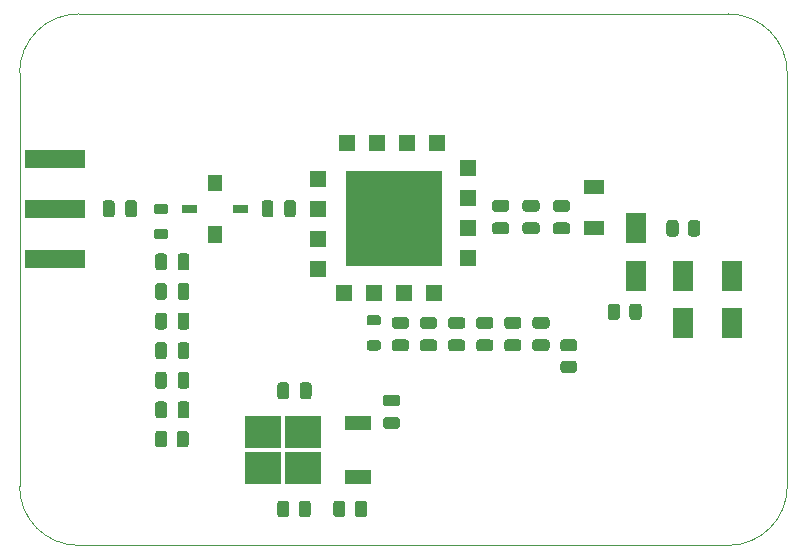
<source format=gbr>
%TF.GenerationSoftware,KiCad,Pcbnew,(5.1.8)-1*%
%TF.CreationDate,2021-02-23T22:19:54+01:00*%
%TF.ProjectId,cvco-general,6376636f-2d67-4656-9e65-72616c2e6b69,rev?*%
%TF.SameCoordinates,Original*%
%TF.FileFunction,Paste,Top*%
%TF.FilePolarity,Positive*%
%FSLAX46Y46*%
G04 Gerber Fmt 4.6, Leading zero omitted, Abs format (unit mm)*
G04 Created by KiCad (PCBNEW (5.1.8)-1) date 2021-02-23 22:19:54*
%MOMM*%
%LPD*%
G01*
G04 APERTURE LIST*
%ADD10C,0.100000*%
%TA.AperFunction,Profile*%
%ADD11C,0.050000*%
%TD*%
%ADD12R,2.200000X1.200000*%
%ADD13R,3.050000X2.750000*%
%ADD14R,5.080000X1.500000*%
%ADD15R,1.800000X2.500000*%
%ADD16R,1.320000X1.320000*%
%ADD17R,1.700000X1.300000*%
G04 APERTURE END LIST*
D10*
G36*
X135650000Y-71262000D02*
G01*
X127650000Y-71262000D01*
X127650000Y-63262000D01*
X135650000Y-63262000D01*
X135650000Y-71262000D01*
G37*
X135650000Y-71262000D02*
X127650000Y-71262000D01*
X127650000Y-63262000D01*
X135650000Y-63262000D01*
X135650000Y-71262000D01*
D11*
X105000000Y-95000000D02*
G75*
G02*
X100000000Y-90000000I0J5000000D01*
G01*
X165000000Y-90000000D02*
G75*
G02*
X160000000Y-95000000I-5000000J0D01*
G01*
X160000000Y-50000000D02*
G75*
G02*
X165000000Y-55000000I0J-5000000D01*
G01*
X100000000Y-55000000D02*
G75*
G02*
X105000000Y-50000000I5000000J0D01*
G01*
X100000000Y-90000000D02*
X100000000Y-55000000D01*
X160000000Y-95000000D02*
X105000000Y-95000000D01*
X165000000Y-55000000D02*
X165000000Y-90000000D01*
X105000000Y-50000000D02*
X160000000Y-50000000D01*
%TO.C,R2*%
G36*
G01*
X126575000Y-92366762D02*
X126575000Y-91466760D01*
G75*
G02*
X126824999Y-91216761I249999J0D01*
G01*
X127350001Y-91216761D01*
G75*
G02*
X127600000Y-91466760I0J-249999D01*
G01*
X127600000Y-92366762D01*
G75*
G02*
X127350001Y-92616761I-249999J0D01*
G01*
X126824999Y-92616761D01*
G75*
G02*
X126575000Y-92366762I0J249999D01*
G01*
G37*
G36*
G01*
X128400000Y-92366762D02*
X128400000Y-91466760D01*
G75*
G02*
X128649999Y-91216761I249999J0D01*
G01*
X129175001Y-91216761D01*
G75*
G02*
X129425000Y-91466760I0J-249999D01*
G01*
X129425000Y-92366762D01*
G75*
G02*
X129175001Y-92616761I-249999J0D01*
G01*
X128649999Y-92616761D01*
G75*
G02*
X128400000Y-92366762I0J249999D01*
G01*
G37*
%TD*%
D12*
%TO.C,U1*%
X128622318Y-89196761D03*
X128622318Y-84636761D03*
D13*
X120647318Y-85391761D03*
X123997318Y-88441761D03*
X120647318Y-88441761D03*
X123997318Y-85391761D03*
%TD*%
%TO.C,R6*%
G36*
G01*
X154778011Y-68601001D02*
X154778011Y-67700999D01*
G75*
G02*
X155028010Y-67451000I249999J0D01*
G01*
X155553012Y-67451000D01*
G75*
G02*
X155803011Y-67700999I0J-249999D01*
G01*
X155803011Y-68601001D01*
G75*
G02*
X155553012Y-68851000I-249999J0D01*
G01*
X155028010Y-68851000D01*
G75*
G02*
X154778011Y-68601001I0J249999D01*
G01*
G37*
G36*
G01*
X156603011Y-68601001D02*
X156603011Y-67700999D01*
G75*
G02*
X156853010Y-67451000I249999J0D01*
G01*
X157378012Y-67451000D01*
G75*
G02*
X157628011Y-67700999I0J-249999D01*
G01*
X157628011Y-68601001D01*
G75*
G02*
X157378012Y-68851000I-249999J0D01*
G01*
X156853010Y-68851000D01*
G75*
G02*
X156603011Y-68601001I0J249999D01*
G01*
G37*
%TD*%
D14*
%TO.C,J1*%
X103000000Y-66500000D03*
X103000000Y-70750000D03*
X103000000Y-62250000D03*
%TD*%
%TO.C,C1*%
G36*
G01*
X131975000Y-85136761D02*
X131025000Y-85136761D01*
G75*
G02*
X130775000Y-84886761I0J250000D01*
G01*
X130775000Y-84386761D01*
G75*
G02*
X131025000Y-84136761I250000J0D01*
G01*
X131975000Y-84136761D01*
G75*
G02*
X132225000Y-84386761I0J-250000D01*
G01*
X132225000Y-84886761D01*
G75*
G02*
X131975000Y-85136761I-250000J0D01*
G01*
G37*
G36*
G01*
X131975000Y-83236761D02*
X131025000Y-83236761D01*
G75*
G02*
X130775000Y-82986761I0J250000D01*
G01*
X130775000Y-82486761D01*
G75*
G02*
X131025000Y-82236761I250000J0D01*
G01*
X131975000Y-82236761D01*
G75*
G02*
X132225000Y-82486761I0J-250000D01*
G01*
X132225000Y-82986761D01*
G75*
G02*
X131975000Y-83236761I-250000J0D01*
G01*
G37*
%TD*%
%TO.C,C2*%
G36*
G01*
X123722318Y-82391761D02*
X123722318Y-81441761D01*
G75*
G02*
X123972318Y-81191761I250000J0D01*
G01*
X124472318Y-81191761D01*
G75*
G02*
X124722318Y-81441761I0J-250000D01*
G01*
X124722318Y-82391761D01*
G75*
G02*
X124472318Y-82641761I-250000J0D01*
G01*
X123972318Y-82641761D01*
G75*
G02*
X123722318Y-82391761I0J250000D01*
G01*
G37*
G36*
G01*
X121822318Y-82391761D02*
X121822318Y-81441761D01*
G75*
G02*
X122072318Y-81191761I250000J0D01*
G01*
X122572318Y-81191761D01*
G75*
G02*
X122822318Y-81441761I0J-250000D01*
G01*
X122822318Y-82391761D01*
G75*
G02*
X122572318Y-82641761I-250000J0D01*
G01*
X122072318Y-82641761D01*
G75*
G02*
X121822318Y-82391761I0J250000D01*
G01*
G37*
%TD*%
%TO.C,C3*%
G36*
G01*
X113383334Y-84000000D02*
X113383334Y-83050000D01*
G75*
G02*
X113633334Y-82800000I250000J0D01*
G01*
X114133334Y-82800000D01*
G75*
G02*
X114383334Y-83050000I0J-250000D01*
G01*
X114383334Y-84000000D01*
G75*
G02*
X114133334Y-84250000I-250000J0D01*
G01*
X113633334Y-84250000D01*
G75*
G02*
X113383334Y-84000000I0J250000D01*
G01*
G37*
G36*
G01*
X111483334Y-84000000D02*
X111483334Y-83050000D01*
G75*
G02*
X111733334Y-82800000I250000J0D01*
G01*
X112233334Y-82800000D01*
G75*
G02*
X112483334Y-83050000I0J-250000D01*
G01*
X112483334Y-84000000D01*
G75*
G02*
X112233334Y-84250000I-250000J0D01*
G01*
X111733334Y-84250000D01*
G75*
G02*
X111483334Y-84000000I0J250000D01*
G01*
G37*
%TD*%
%TO.C,C4*%
G36*
G01*
X113383334Y-81495000D02*
X113383334Y-80545000D01*
G75*
G02*
X113633334Y-80295000I250000J0D01*
G01*
X114133334Y-80295000D01*
G75*
G02*
X114383334Y-80545000I0J-250000D01*
G01*
X114383334Y-81495000D01*
G75*
G02*
X114133334Y-81745000I-250000J0D01*
G01*
X113633334Y-81745000D01*
G75*
G02*
X113383334Y-81495000I0J250000D01*
G01*
G37*
G36*
G01*
X111483334Y-81495000D02*
X111483334Y-80545000D01*
G75*
G02*
X111733334Y-80295000I250000J0D01*
G01*
X112233334Y-80295000D01*
G75*
G02*
X112483334Y-80545000I0J-250000D01*
G01*
X112483334Y-81495000D01*
G75*
G02*
X112233334Y-81745000I-250000J0D01*
G01*
X111733334Y-81745000D01*
G75*
G02*
X111483334Y-81495000I0J250000D01*
G01*
G37*
%TD*%
%TO.C,C5*%
G36*
G01*
X113383334Y-78990000D02*
X113383334Y-78040000D01*
G75*
G02*
X113633334Y-77790000I250000J0D01*
G01*
X114133334Y-77790000D01*
G75*
G02*
X114383334Y-78040000I0J-250000D01*
G01*
X114383334Y-78990000D01*
G75*
G02*
X114133334Y-79240000I-250000J0D01*
G01*
X113633334Y-79240000D01*
G75*
G02*
X113383334Y-78990000I0J250000D01*
G01*
G37*
G36*
G01*
X111483334Y-78990000D02*
X111483334Y-78040000D01*
G75*
G02*
X111733334Y-77790000I250000J0D01*
G01*
X112233334Y-77790000D01*
G75*
G02*
X112483334Y-78040000I0J-250000D01*
G01*
X112483334Y-78990000D01*
G75*
G02*
X112233334Y-79240000I-250000J0D01*
G01*
X111733334Y-79240000D01*
G75*
G02*
X111483334Y-78990000I0J250000D01*
G01*
G37*
%TD*%
%TO.C,C6*%
G36*
G01*
X113383334Y-76485000D02*
X113383334Y-75535000D01*
G75*
G02*
X113633334Y-75285000I250000J0D01*
G01*
X114133334Y-75285000D01*
G75*
G02*
X114383334Y-75535000I0J-250000D01*
G01*
X114383334Y-76485000D01*
G75*
G02*
X114133334Y-76735000I-250000J0D01*
G01*
X113633334Y-76735000D01*
G75*
G02*
X113383334Y-76485000I0J250000D01*
G01*
G37*
G36*
G01*
X111483334Y-76485000D02*
X111483334Y-75535000D01*
G75*
G02*
X111733334Y-75285000I250000J0D01*
G01*
X112233334Y-75285000D01*
G75*
G02*
X112483334Y-75535000I0J-250000D01*
G01*
X112483334Y-76485000D01*
G75*
G02*
X112233334Y-76735000I-250000J0D01*
G01*
X111733334Y-76735000D01*
G75*
G02*
X111483334Y-76485000I0J250000D01*
G01*
G37*
%TD*%
%TO.C,C7*%
G36*
G01*
X111483334Y-73980000D02*
X111483334Y-73030000D01*
G75*
G02*
X111733334Y-72780000I250000J0D01*
G01*
X112233334Y-72780000D01*
G75*
G02*
X112483334Y-73030000I0J-250000D01*
G01*
X112483334Y-73980000D01*
G75*
G02*
X112233334Y-74230000I-250000J0D01*
G01*
X111733334Y-74230000D01*
G75*
G02*
X111483334Y-73980000I0J250000D01*
G01*
G37*
G36*
G01*
X113383334Y-73980000D02*
X113383334Y-73030000D01*
G75*
G02*
X113633334Y-72780000I250000J0D01*
G01*
X114133334Y-72780000D01*
G75*
G02*
X114383334Y-73030000I0J-250000D01*
G01*
X114383334Y-73980000D01*
G75*
G02*
X114133334Y-74230000I-250000J0D01*
G01*
X113633334Y-74230000D01*
G75*
G02*
X113383334Y-73980000I0J250000D01*
G01*
G37*
%TD*%
%TO.C,C8*%
G36*
G01*
X111483334Y-71475000D02*
X111483334Y-70525000D01*
G75*
G02*
X111733334Y-70275000I250000J0D01*
G01*
X112233334Y-70275000D01*
G75*
G02*
X112483334Y-70525000I0J-250000D01*
G01*
X112483334Y-71475000D01*
G75*
G02*
X112233334Y-71725000I-250000J0D01*
G01*
X111733334Y-71725000D01*
G75*
G02*
X111483334Y-71475000I0J250000D01*
G01*
G37*
G36*
G01*
X113383334Y-71475000D02*
X113383334Y-70525000D01*
G75*
G02*
X113633334Y-70275000I250000J0D01*
G01*
X114133334Y-70275000D01*
G75*
G02*
X114383334Y-70525000I0J-250000D01*
G01*
X114383334Y-71475000D01*
G75*
G02*
X114133334Y-71725000I-250000J0D01*
G01*
X113633334Y-71725000D01*
G75*
G02*
X113383334Y-71475000I0J250000D01*
G01*
G37*
%TD*%
%TO.C,C9*%
G36*
G01*
X144625000Y-78562500D02*
X143675000Y-78562500D01*
G75*
G02*
X143425000Y-78312500I0J250000D01*
G01*
X143425000Y-77812500D01*
G75*
G02*
X143675000Y-77562500I250000J0D01*
G01*
X144625000Y-77562500D01*
G75*
G02*
X144875000Y-77812500I0J-250000D01*
G01*
X144875000Y-78312500D01*
G75*
G02*
X144625000Y-78562500I-250000J0D01*
G01*
G37*
G36*
G01*
X144625000Y-76662500D02*
X143675000Y-76662500D01*
G75*
G02*
X143425000Y-76412500I0J250000D01*
G01*
X143425000Y-75912500D01*
G75*
G02*
X143675000Y-75662500I250000J0D01*
G01*
X144625000Y-75662500D01*
G75*
G02*
X144875000Y-75912500I0J-250000D01*
G01*
X144875000Y-76412500D01*
G75*
G02*
X144625000Y-76662500I-250000J0D01*
G01*
G37*
%TD*%
%TO.C,C10*%
G36*
G01*
X142245000Y-76662500D02*
X141295000Y-76662500D01*
G75*
G02*
X141045000Y-76412500I0J250000D01*
G01*
X141045000Y-75912500D01*
G75*
G02*
X141295000Y-75662500I250000J0D01*
G01*
X142245000Y-75662500D01*
G75*
G02*
X142495000Y-75912500I0J-250000D01*
G01*
X142495000Y-76412500D01*
G75*
G02*
X142245000Y-76662500I-250000J0D01*
G01*
G37*
G36*
G01*
X142245000Y-78562500D02*
X141295000Y-78562500D01*
G75*
G02*
X141045000Y-78312500I0J250000D01*
G01*
X141045000Y-77812500D01*
G75*
G02*
X141295000Y-77562500I250000J0D01*
G01*
X142245000Y-77562500D01*
G75*
G02*
X142495000Y-77812500I0J-250000D01*
G01*
X142495000Y-78312500D01*
G75*
G02*
X142245000Y-78562500I-250000J0D01*
G01*
G37*
%TD*%
%TO.C,C11*%
G36*
G01*
X139865000Y-78562500D02*
X138915000Y-78562500D01*
G75*
G02*
X138665000Y-78312500I0J250000D01*
G01*
X138665000Y-77812500D01*
G75*
G02*
X138915000Y-77562500I250000J0D01*
G01*
X139865000Y-77562500D01*
G75*
G02*
X140115000Y-77812500I0J-250000D01*
G01*
X140115000Y-78312500D01*
G75*
G02*
X139865000Y-78562500I-250000J0D01*
G01*
G37*
G36*
G01*
X139865000Y-76662500D02*
X138915000Y-76662500D01*
G75*
G02*
X138665000Y-76412500I0J250000D01*
G01*
X138665000Y-75912500D01*
G75*
G02*
X138915000Y-75662500I250000J0D01*
G01*
X139865000Y-75662500D01*
G75*
G02*
X140115000Y-75912500I0J-250000D01*
G01*
X140115000Y-76412500D01*
G75*
G02*
X139865000Y-76662500I-250000J0D01*
G01*
G37*
%TD*%
%TO.C,C12*%
G36*
G01*
X137485000Y-78562500D02*
X136535000Y-78562500D01*
G75*
G02*
X136285000Y-78312500I0J250000D01*
G01*
X136285000Y-77812500D01*
G75*
G02*
X136535000Y-77562500I250000J0D01*
G01*
X137485000Y-77562500D01*
G75*
G02*
X137735000Y-77812500I0J-250000D01*
G01*
X137735000Y-78312500D01*
G75*
G02*
X137485000Y-78562500I-250000J0D01*
G01*
G37*
G36*
G01*
X137485000Y-76662500D02*
X136535000Y-76662500D01*
G75*
G02*
X136285000Y-76412500I0J250000D01*
G01*
X136285000Y-75912500D01*
G75*
G02*
X136535000Y-75662500I250000J0D01*
G01*
X137485000Y-75662500D01*
G75*
G02*
X137735000Y-75912500I0J-250000D01*
G01*
X137735000Y-76412500D01*
G75*
G02*
X137485000Y-76662500I-250000J0D01*
G01*
G37*
%TD*%
%TO.C,C13*%
G36*
G01*
X135105000Y-76662500D02*
X134155000Y-76662500D01*
G75*
G02*
X133905000Y-76412500I0J250000D01*
G01*
X133905000Y-75912500D01*
G75*
G02*
X134155000Y-75662500I250000J0D01*
G01*
X135105000Y-75662500D01*
G75*
G02*
X135355000Y-75912500I0J-250000D01*
G01*
X135355000Y-76412500D01*
G75*
G02*
X135105000Y-76662500I-250000J0D01*
G01*
G37*
G36*
G01*
X135105000Y-78562500D02*
X134155000Y-78562500D01*
G75*
G02*
X133905000Y-78312500I0J250000D01*
G01*
X133905000Y-77812500D01*
G75*
G02*
X134155000Y-77562500I250000J0D01*
G01*
X135105000Y-77562500D01*
G75*
G02*
X135355000Y-77812500I0J-250000D01*
G01*
X135355000Y-78312500D01*
G75*
G02*
X135105000Y-78562500I-250000J0D01*
G01*
G37*
%TD*%
%TO.C,C14*%
G36*
G01*
X132725000Y-76662500D02*
X131775000Y-76662500D01*
G75*
G02*
X131525000Y-76412500I0J250000D01*
G01*
X131525000Y-75912500D01*
G75*
G02*
X131775000Y-75662500I250000J0D01*
G01*
X132725000Y-75662500D01*
G75*
G02*
X132975000Y-75912500I0J-250000D01*
G01*
X132975000Y-76412500D01*
G75*
G02*
X132725000Y-76662500I-250000J0D01*
G01*
G37*
G36*
G01*
X132725000Y-78562500D02*
X131775000Y-78562500D01*
G75*
G02*
X131525000Y-78312500I0J250000D01*
G01*
X131525000Y-77812500D01*
G75*
G02*
X131775000Y-77562500I250000J0D01*
G01*
X132725000Y-77562500D01*
G75*
G02*
X132975000Y-77812500I0J-250000D01*
G01*
X132975000Y-78312500D01*
G75*
G02*
X132725000Y-78562500I-250000J0D01*
G01*
G37*
%TD*%
%TO.C,C15*%
G36*
G01*
X120500000Y-66975000D02*
X120500000Y-66025000D01*
G75*
G02*
X120750000Y-65775000I250000J0D01*
G01*
X121250000Y-65775000D01*
G75*
G02*
X121500000Y-66025000I0J-250000D01*
G01*
X121500000Y-66975000D01*
G75*
G02*
X121250000Y-67225000I-250000J0D01*
G01*
X120750000Y-67225000D01*
G75*
G02*
X120500000Y-66975000I0J250000D01*
G01*
G37*
G36*
G01*
X122400000Y-66975000D02*
X122400000Y-66025000D01*
G75*
G02*
X122650000Y-65775000I250000J0D01*
G01*
X123150000Y-65775000D01*
G75*
G02*
X123400000Y-66025000I0J-250000D01*
G01*
X123400000Y-66975000D01*
G75*
G02*
X123150000Y-67225000I-250000J0D01*
G01*
X122650000Y-67225000D01*
G75*
G02*
X122400000Y-66975000I0J250000D01*
G01*
G37*
%TD*%
%TO.C,C16*%
G36*
G01*
X107050000Y-66975000D02*
X107050000Y-66025000D01*
G75*
G02*
X107300000Y-65775000I250000J0D01*
G01*
X107800000Y-65775000D01*
G75*
G02*
X108050000Y-66025000I0J-250000D01*
G01*
X108050000Y-66975000D01*
G75*
G02*
X107800000Y-67225000I-250000J0D01*
G01*
X107300000Y-67225000D01*
G75*
G02*
X107050000Y-66975000I0J250000D01*
G01*
G37*
G36*
G01*
X108950000Y-66975000D02*
X108950000Y-66025000D01*
G75*
G02*
X109200000Y-65775000I250000J0D01*
G01*
X109700000Y-65775000D01*
G75*
G02*
X109950000Y-66025000I0J-250000D01*
G01*
X109950000Y-66975000D01*
G75*
G02*
X109700000Y-67225000I-250000J0D01*
G01*
X109200000Y-67225000D01*
G75*
G02*
X108950000Y-66975000I0J250000D01*
G01*
G37*
%TD*%
%TO.C,C17*%
G36*
G01*
X146364205Y-68651000D02*
X145414205Y-68651000D01*
G75*
G02*
X145164205Y-68401000I0J250000D01*
G01*
X145164205Y-67901000D01*
G75*
G02*
X145414205Y-67651000I250000J0D01*
G01*
X146364205Y-67651000D01*
G75*
G02*
X146614205Y-67901000I0J-250000D01*
G01*
X146614205Y-68401000D01*
G75*
G02*
X146364205Y-68651000I-250000J0D01*
G01*
G37*
G36*
G01*
X146364205Y-66751000D02*
X145414205Y-66751000D01*
G75*
G02*
X145164205Y-66501000I0J250000D01*
G01*
X145164205Y-66001000D01*
G75*
G02*
X145414205Y-65751000I250000J0D01*
G01*
X146364205Y-65751000D01*
G75*
G02*
X146614205Y-66001000I0J-250000D01*
G01*
X146614205Y-66501000D01*
G75*
G02*
X146364205Y-66751000I-250000J0D01*
G01*
G37*
%TD*%
%TO.C,C18*%
G36*
G01*
X143786270Y-68651000D02*
X142836270Y-68651000D01*
G75*
G02*
X142586270Y-68401000I0J250000D01*
G01*
X142586270Y-67901000D01*
G75*
G02*
X142836270Y-67651000I250000J0D01*
G01*
X143786270Y-67651000D01*
G75*
G02*
X144036270Y-67901000I0J-250000D01*
G01*
X144036270Y-68401000D01*
G75*
G02*
X143786270Y-68651000I-250000J0D01*
G01*
G37*
G36*
G01*
X143786270Y-66751000D02*
X142836270Y-66751000D01*
G75*
G02*
X142586270Y-66501000I0J250000D01*
G01*
X142586270Y-66001000D01*
G75*
G02*
X142836270Y-65751000I250000J0D01*
G01*
X143786270Y-65751000D01*
G75*
G02*
X144036270Y-66001000I0J-250000D01*
G01*
X144036270Y-66501000D01*
G75*
G02*
X143786270Y-66751000I-250000J0D01*
G01*
G37*
%TD*%
%TO.C,C19*%
G36*
G01*
X141208335Y-66751000D02*
X140258335Y-66751000D01*
G75*
G02*
X140008335Y-66501000I0J250000D01*
G01*
X140008335Y-66001000D01*
G75*
G02*
X140258335Y-65751000I250000J0D01*
G01*
X141208335Y-65751000D01*
G75*
G02*
X141458335Y-66001000I0J-250000D01*
G01*
X141458335Y-66501000D01*
G75*
G02*
X141208335Y-66751000I-250000J0D01*
G01*
G37*
G36*
G01*
X141208335Y-68651000D02*
X140258335Y-68651000D01*
G75*
G02*
X140008335Y-68401000I0J250000D01*
G01*
X140008335Y-67901000D01*
G75*
G02*
X140258335Y-67651000I250000J0D01*
G01*
X141208335Y-67651000D01*
G75*
G02*
X141458335Y-67901000I0J-250000D01*
G01*
X141458335Y-68401000D01*
G75*
G02*
X141208335Y-68651000I-250000J0D01*
G01*
G37*
%TD*%
D15*
%TO.C,D1*%
X152155075Y-68151000D03*
X152155075Y-72151000D03*
%TD*%
%TO.C,D2*%
X156203011Y-76151000D03*
X156203011Y-72151000D03*
%TD*%
%TO.C,D3*%
X160300000Y-76151000D03*
X160300000Y-72151000D03*
%TD*%
%TO.C,L1*%
G36*
G01*
X112364584Y-69062500D02*
X111602084Y-69062500D01*
G75*
G02*
X111383334Y-68843750I0J218750D01*
G01*
X111383334Y-68406250D01*
G75*
G02*
X111602084Y-68187500I218750J0D01*
G01*
X112364584Y-68187500D01*
G75*
G02*
X112583334Y-68406250I0J-218750D01*
G01*
X112583334Y-68843750D01*
G75*
G02*
X112364584Y-69062500I-218750J0D01*
G01*
G37*
G36*
G01*
X112364584Y-66937500D02*
X111602084Y-66937500D01*
G75*
G02*
X111383334Y-66718750I0J218750D01*
G01*
X111383334Y-66281250D01*
G75*
G02*
X111602084Y-66062500I218750J0D01*
G01*
X112364584Y-66062500D01*
G75*
G02*
X112583334Y-66281250I0J-218750D01*
G01*
X112583334Y-66718750D01*
G75*
G02*
X112364584Y-66937500I-218750J0D01*
G01*
G37*
%TD*%
%TO.C,L2*%
G36*
G01*
X130381250Y-76375000D02*
X129618750Y-76375000D01*
G75*
G02*
X129400000Y-76156250I0J218750D01*
G01*
X129400000Y-75718750D01*
G75*
G02*
X129618750Y-75500000I218750J0D01*
G01*
X130381250Y-75500000D01*
G75*
G02*
X130600000Y-75718750I0J-218750D01*
G01*
X130600000Y-76156250D01*
G75*
G02*
X130381250Y-76375000I-218750J0D01*
G01*
G37*
G36*
G01*
X130381250Y-78500000D02*
X129618750Y-78500000D01*
G75*
G02*
X129400000Y-78281250I0J218750D01*
G01*
X129400000Y-77843750D01*
G75*
G02*
X129618750Y-77625000I218750J0D01*
G01*
X130381250Y-77625000D01*
G75*
G02*
X130600000Y-77843750I0J-218750D01*
G01*
X130600000Y-78281250D01*
G75*
G02*
X130381250Y-78500000I-218750J0D01*
G01*
G37*
%TD*%
%TO.C,R1*%
G36*
G01*
X123634818Y-92366762D02*
X123634818Y-91466760D01*
G75*
G02*
X123884817Y-91216761I249999J0D01*
G01*
X124409819Y-91216761D01*
G75*
G02*
X124659818Y-91466760I0J-249999D01*
G01*
X124659818Y-92366762D01*
G75*
G02*
X124409819Y-92616761I-249999J0D01*
G01*
X123884817Y-92616761D01*
G75*
G02*
X123634818Y-92366762I0J249999D01*
G01*
G37*
G36*
G01*
X121809818Y-92366762D02*
X121809818Y-91466760D01*
G75*
G02*
X122059817Y-91216761I249999J0D01*
G01*
X122584819Y-91216761D01*
G75*
G02*
X122834818Y-91466760I0J-249999D01*
G01*
X122834818Y-92366762D01*
G75*
G02*
X122584819Y-92616761I-249999J0D01*
G01*
X122059817Y-92616761D01*
G75*
G02*
X121809818Y-92366762I0J249999D01*
G01*
G37*
%TD*%
%TO.C,R3*%
G36*
G01*
X114320834Y-85549999D02*
X114320834Y-86450001D01*
G75*
G02*
X114070835Y-86700000I-249999J0D01*
G01*
X113545833Y-86700000D01*
G75*
G02*
X113295834Y-86450001I0J249999D01*
G01*
X113295834Y-85549999D01*
G75*
G02*
X113545833Y-85300000I249999J0D01*
G01*
X114070835Y-85300000D01*
G75*
G02*
X114320834Y-85549999I0J-249999D01*
G01*
G37*
G36*
G01*
X112495834Y-85549999D02*
X112495834Y-86450001D01*
G75*
G02*
X112245835Y-86700000I-249999J0D01*
G01*
X111720833Y-86700000D01*
G75*
G02*
X111470834Y-86450001I0J249999D01*
G01*
X111470834Y-85549999D01*
G75*
G02*
X111720833Y-85300000I249999J0D01*
G01*
X112245835Y-85300000D01*
G75*
G02*
X112495834Y-85549999I0J-249999D01*
G01*
G37*
%TD*%
%TO.C,R4*%
G36*
G01*
X146950001Y-80400000D02*
X146049999Y-80400000D01*
G75*
G02*
X145800000Y-80150001I0J249999D01*
G01*
X145800000Y-79624999D01*
G75*
G02*
X146049999Y-79375000I249999J0D01*
G01*
X146950001Y-79375000D01*
G75*
G02*
X147200000Y-79624999I0J-249999D01*
G01*
X147200000Y-80150001D01*
G75*
G02*
X146950001Y-80400000I-249999J0D01*
G01*
G37*
G36*
G01*
X146950001Y-78575000D02*
X146049999Y-78575000D01*
G75*
G02*
X145800000Y-78325001I0J249999D01*
G01*
X145800000Y-77799999D01*
G75*
G02*
X146049999Y-77550000I249999J0D01*
G01*
X146950001Y-77550000D01*
G75*
G02*
X147200000Y-77799999I0J-249999D01*
G01*
X147200000Y-78325001D01*
G75*
G02*
X146950001Y-78575000I-249999J0D01*
G01*
G37*
%TD*%
%TO.C,R5*%
G36*
G01*
X150839740Y-74773883D02*
X150839740Y-75673885D01*
G75*
G02*
X150589741Y-75923884I-249999J0D01*
G01*
X150064739Y-75923884D01*
G75*
G02*
X149814740Y-75673885I0J249999D01*
G01*
X149814740Y-74773883D01*
G75*
G02*
X150064739Y-74523884I249999J0D01*
G01*
X150589741Y-74523884D01*
G75*
G02*
X150839740Y-74773883I0J-249999D01*
G01*
G37*
G36*
G01*
X152664740Y-74773883D02*
X152664740Y-75673885D01*
G75*
G02*
X152414741Y-75923884I-249999J0D01*
G01*
X151889739Y-75923884D01*
G75*
G02*
X151639740Y-75673885I0J249999D01*
G01*
X151639740Y-74773883D01*
G75*
G02*
X151889739Y-74523884I249999J0D01*
G01*
X152414741Y-74523884D01*
G75*
G02*
X152664740Y-74773883I0J-249999D01*
G01*
G37*
%TD*%
D10*
%TO.C,U2*%
G36*
X118041667Y-66850000D02*
G01*
X118041667Y-66150000D01*
X119341667Y-66150000D01*
X119341667Y-66850000D01*
X118041667Y-66850000D01*
G37*
G36*
X113741667Y-66850000D02*
G01*
X113741667Y-66150000D01*
X115041667Y-66150000D01*
X115041667Y-66850000D01*
X113741667Y-66850000D01*
G37*
G36*
X115941667Y-65000000D02*
G01*
X115941667Y-63600000D01*
X117141667Y-63600000D01*
X117141667Y-65000000D01*
X115941667Y-65000000D01*
G37*
G36*
X115941667Y-69400000D02*
G01*
X115941667Y-68000000D01*
X117141667Y-68000000D01*
X117141667Y-69400000D01*
X115941667Y-69400000D01*
G37*
%TD*%
D16*
%TO.C,Y1*%
X135333000Y-60912000D03*
X132793000Y-60912000D03*
X130253000Y-60912000D03*
X127713000Y-60912000D03*
X135079000Y-73612000D03*
X132539000Y-73612000D03*
X129999000Y-73612000D03*
X127459000Y-73612000D03*
X138000000Y-63071000D03*
X138000000Y-65611000D03*
X138000000Y-68151000D03*
X138000000Y-70691000D03*
X125300000Y-71580000D03*
X125300000Y-69040000D03*
X125300000Y-66500000D03*
X125300000Y-63960000D03*
%TD*%
D17*
%TO.C,D4*%
X148637140Y-68151000D03*
X148637140Y-64651000D03*
%TD*%
M02*

</source>
